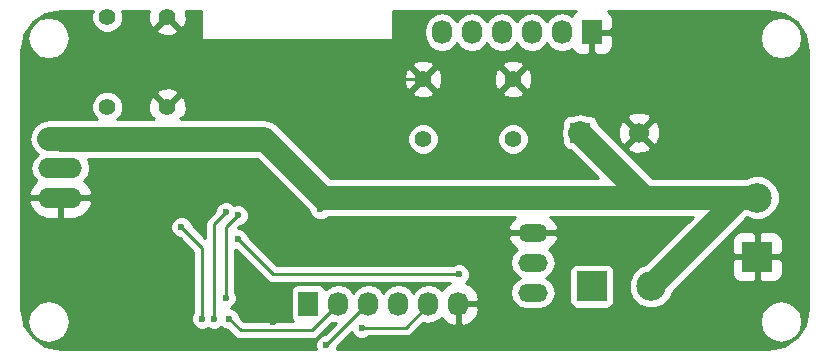
<source format=gbl>
G04 #@! TF.FileFunction,Copper,L2,Bot,Signal*
%FSLAX46Y46*%
G04 Gerber Fmt 4.6, Leading zero omitted, Abs format (unit mm)*
G04 Created by KiCad (PCBNEW 4.0.2-stable) date Tuesday, November 01, 2016 'pmt' 12:33:55 pm*
%MOMM*%
G01*
G04 APERTURE LIST*
%ADD10C,0.100000*%
%ADD11C,1.700000*%
%ADD12R,1.700000X1.700000*%
%ADD13R,2.500000X2.500000*%
%ADD14C,2.500000*%
%ADD15O,3.700000X1.700000*%
%ADD16R,1.727200X2.032000*%
%ADD17O,1.727200X2.032000*%
%ADD18O,2.499360X1.501140*%
%ADD19C,1.397000*%
%ADD20C,0.600000*%
%ADD21C,0.250000*%
%ADD22C,2.000000*%
%ADD23C,0.254000*%
G04 APERTURE END LIST*
D10*
D11*
X121000000Y-47000000D03*
D12*
X116000000Y-47000000D03*
D13*
X131000000Y-57500000D03*
D14*
X131000000Y-52500000D03*
D15*
X72000000Y-52500000D03*
X72000000Y-50000000D03*
X72000000Y-47500000D03*
D16*
X117000000Y-38500000D03*
D17*
X114460000Y-38500000D03*
X111920000Y-38500000D03*
X109380000Y-38500000D03*
X106840000Y-38500000D03*
X104300000Y-38500000D03*
D16*
X93000000Y-61500000D03*
D17*
X95540000Y-61500000D03*
X98080000Y-61500000D03*
X100620000Y-61500000D03*
X103160000Y-61500000D03*
X105700000Y-61500000D03*
D13*
X117000000Y-60000000D03*
D14*
X122000000Y-60000000D03*
D18*
X112000000Y-58000000D03*
X112000000Y-60540000D03*
X112000000Y-55460000D03*
D19*
X81040000Y-44810000D03*
X75960000Y-44810000D03*
X81040000Y-37190000D03*
X75960000Y-37190000D03*
X110310000Y-42460000D03*
X110310000Y-47540000D03*
X102690000Y-42460000D03*
X102690000Y-47540000D03*
D20*
X95750000Y-55000000D03*
X89750000Y-56500000D03*
X88000000Y-58750000D03*
X81000000Y-57500000D03*
X81000000Y-54500000D03*
X90000000Y-61250000D03*
X90000000Y-63000000D03*
X80500000Y-62500000D03*
X80500000Y-60250000D03*
X103250000Y-64250000D03*
X96750000Y-49250000D03*
X89750000Y-41250000D03*
X94000000Y-42500000D03*
X90750000Y-44000000D03*
X92500000Y-46750000D03*
X89750000Y-52000000D03*
X94000000Y-53500000D03*
X105750000Y-59000000D03*
X87000000Y-56000000D03*
X86250000Y-62750000D03*
X94500000Y-65000000D03*
X97500000Y-63500000D03*
X86000000Y-61000000D03*
X87000000Y-54000000D03*
X84000000Y-62750000D03*
X82250000Y-55000000D03*
X85000000Y-62750000D03*
X86000000Y-53750000D03*
D21*
X90000000Y-61250000D02*
X90000000Y-60750000D01*
X91250000Y-55000000D02*
X95750000Y-55000000D01*
X89750000Y-56500000D02*
X91250000Y-55000000D01*
X90000000Y-60750000D02*
X88000000Y-58750000D01*
X81000000Y-54500000D02*
X81000000Y-57500000D01*
X90000000Y-63000000D02*
X90000000Y-61250000D01*
X80500000Y-60250000D02*
X80500000Y-62500000D01*
X105700000Y-61500000D02*
X105700000Y-64200000D01*
X105650000Y-64250000D02*
X103250000Y-64250000D01*
X105700000Y-64200000D02*
X105650000Y-64250000D01*
X96750000Y-49250000D02*
X96750000Y-42500000D01*
X96750000Y-42500000D02*
X96790000Y-42460000D01*
X96790000Y-42460000D02*
X102690000Y-42460000D01*
X89750000Y-41250000D02*
X91000000Y-42500000D01*
X91000000Y-42500000D02*
X94000000Y-42500000D01*
X90750000Y-44000000D02*
X92500000Y-45750000D01*
X92500000Y-45750000D02*
X92500000Y-46750000D01*
X89750000Y-52000000D02*
X88500000Y-50750000D01*
X88500000Y-50750000D02*
X77500000Y-50750000D01*
X77500000Y-50750000D02*
X75750000Y-52500000D01*
X75750000Y-52500000D02*
X71000000Y-52500000D01*
X71000000Y-53000000D02*
X71000000Y-52500000D01*
X71000000Y-53000000D02*
X71000000Y-52500000D01*
X71000000Y-53000000D02*
X71000000Y-52500000D01*
X71000000Y-53000000D02*
X71000000Y-52500000D01*
X72000000Y-48500000D02*
X71000000Y-47500000D01*
X89000000Y-48500000D02*
X72000000Y-48500000D01*
X94000000Y-53500000D02*
X89000000Y-48500000D01*
D22*
X131000000Y-52500000D02*
X129500000Y-52500000D01*
X129500000Y-52500000D02*
X122000000Y-60000000D01*
X131000000Y-52500000D02*
X121500000Y-52500000D01*
X121500000Y-52500000D02*
X116000000Y-47000000D01*
X131000000Y-52500000D02*
X94250000Y-52500000D01*
X89250000Y-47500000D02*
X71000000Y-47500000D01*
X94250000Y-52500000D02*
X89250000Y-47500000D01*
D21*
X90000000Y-59000000D02*
X105750000Y-59000000D01*
X87000000Y-56000000D02*
X90000000Y-59000000D01*
X93290000Y-63750000D02*
X95540000Y-61500000D01*
X87250000Y-63750000D02*
X93290000Y-63750000D01*
X86250000Y-62750000D02*
X87250000Y-63750000D01*
X95540000Y-61960000D02*
X95540000Y-61500000D01*
X95500000Y-61500000D02*
X95540000Y-61500000D01*
X94500000Y-65000000D02*
X98000000Y-61500000D01*
X98000000Y-61500000D02*
X98080000Y-61500000D01*
X98000000Y-61500000D02*
X98080000Y-61500000D01*
X98000000Y-61500000D02*
X98080000Y-61500000D01*
X98080000Y-61920000D02*
X98080000Y-61500000D01*
X98080000Y-61920000D02*
X98080000Y-61500000D01*
X100500000Y-61500000D02*
X100620000Y-61500000D01*
X101250000Y-63500000D02*
X103160000Y-61590000D01*
X97500000Y-63500000D02*
X101250000Y-63500000D01*
X103160000Y-61590000D02*
X103160000Y-61500000D01*
X86000000Y-55000000D02*
X86000000Y-61000000D01*
X87000000Y-54000000D02*
X86000000Y-55000000D01*
X84000000Y-56750000D02*
X84000000Y-62750000D01*
X82250000Y-55000000D02*
X84000000Y-56750000D01*
X85000000Y-54750000D02*
X85000000Y-62750000D01*
X86000000Y-53750000D02*
X85000000Y-54750000D01*
D23*
G36*
X74626732Y-36923587D02*
X74626269Y-37454086D01*
X74828854Y-37944380D01*
X75203647Y-38319827D01*
X75693587Y-38523268D01*
X76224086Y-38523731D01*
X76714380Y-38321146D01*
X76751748Y-38283843D01*
X80125763Y-38283843D01*
X80171447Y-38601527D01*
X80777728Y-38826461D01*
X81423939Y-38802260D01*
X81908553Y-38601527D01*
X81954237Y-38283843D01*
X81040000Y-37369605D01*
X80125763Y-38283843D01*
X76751748Y-38283843D01*
X77089827Y-37946353D01*
X77293268Y-37456413D01*
X77293731Y-36925914D01*
X77194188Y-36685000D01*
X79493593Y-36685000D01*
X79403539Y-36927728D01*
X79427740Y-37573939D01*
X79628473Y-38058553D01*
X79946157Y-38104237D01*
X80860395Y-37190000D01*
X80846252Y-37175858D01*
X81025858Y-36996253D01*
X81040000Y-37010395D01*
X81054143Y-36996253D01*
X81233748Y-37175858D01*
X81219605Y-37190000D01*
X82133843Y-38104237D01*
X82451527Y-38058553D01*
X82676461Y-37452272D01*
X82652260Y-36806061D01*
X82602115Y-36685000D01*
X83873000Y-36685000D01*
X83873000Y-39000000D01*
X83881685Y-39046159D01*
X83908965Y-39088553D01*
X83950590Y-39116994D01*
X84000000Y-39127000D01*
X100000000Y-39127000D01*
X100046159Y-39118315D01*
X100088553Y-39091035D01*
X100116994Y-39049410D01*
X100127000Y-39000000D01*
X100127000Y-36685000D01*
X115642988Y-36685000D01*
X115611297Y-36698127D01*
X115350527Y-36958896D01*
X115290940Y-37102752D01*
X115033489Y-36930729D01*
X114460000Y-36816655D01*
X113886511Y-36930729D01*
X113400330Y-37255585D01*
X113190000Y-37570366D01*
X112979670Y-37255585D01*
X112493489Y-36930729D01*
X111920000Y-36816655D01*
X111346511Y-36930729D01*
X110860330Y-37255585D01*
X110650000Y-37570366D01*
X110439670Y-37255585D01*
X109953489Y-36930729D01*
X109380000Y-36816655D01*
X108806511Y-36930729D01*
X108320330Y-37255585D01*
X108110000Y-37570366D01*
X107899670Y-37255585D01*
X107413489Y-36930729D01*
X106840000Y-36816655D01*
X106266511Y-36930729D01*
X105780330Y-37255585D01*
X105570000Y-37570366D01*
X105359670Y-37255585D01*
X104873489Y-36930729D01*
X104300000Y-36816655D01*
X103726511Y-36930729D01*
X103240330Y-37255585D01*
X102915474Y-37741766D01*
X102801400Y-38315255D01*
X102801400Y-38684745D01*
X102915474Y-39258234D01*
X103240330Y-39744415D01*
X103726511Y-40069271D01*
X104300000Y-40183345D01*
X104873489Y-40069271D01*
X105359670Y-39744415D01*
X105570000Y-39429634D01*
X105780330Y-39744415D01*
X106266511Y-40069271D01*
X106840000Y-40183345D01*
X107413489Y-40069271D01*
X107899670Y-39744415D01*
X108110000Y-39429634D01*
X108320330Y-39744415D01*
X108806511Y-40069271D01*
X109380000Y-40183345D01*
X109953489Y-40069271D01*
X110439670Y-39744415D01*
X110650000Y-39429634D01*
X110860330Y-39744415D01*
X111346511Y-40069271D01*
X111920000Y-40183345D01*
X112493489Y-40069271D01*
X112979670Y-39744415D01*
X113190000Y-39429634D01*
X113400330Y-39744415D01*
X113886511Y-40069271D01*
X114460000Y-40183345D01*
X115033489Y-40069271D01*
X115290940Y-39897248D01*
X115350527Y-40041104D01*
X115611297Y-40301873D01*
X115952008Y-40443000D01*
X116641250Y-40443000D01*
X116873000Y-40211250D01*
X116873000Y-38627000D01*
X117127000Y-38627000D01*
X117127000Y-40211250D01*
X117358750Y-40443000D01*
X118047992Y-40443000D01*
X118388703Y-40301873D01*
X118649473Y-40041104D01*
X118790600Y-39700392D01*
X118790600Y-39000000D01*
X131196966Y-39000000D01*
X131334214Y-39689991D01*
X131725062Y-40274938D01*
X132310009Y-40665786D01*
X133000000Y-40803034D01*
X133689991Y-40665786D01*
X134274938Y-40274938D01*
X134665786Y-39689991D01*
X134803034Y-39000000D01*
X134665786Y-38310009D01*
X134274938Y-37725062D01*
X133689991Y-37334214D01*
X133000000Y-37196966D01*
X132310009Y-37334214D01*
X131725062Y-37725062D01*
X131334214Y-38310009D01*
X131196966Y-39000000D01*
X118790600Y-39000000D01*
X118790600Y-38858750D01*
X118558850Y-38627000D01*
X117127000Y-38627000D01*
X116873000Y-38627000D01*
X116853000Y-38627000D01*
X116853000Y-38373000D01*
X116873000Y-38373000D01*
X116873000Y-38353000D01*
X117127000Y-38353000D01*
X117127000Y-38373000D01*
X118558850Y-38373000D01*
X118790600Y-38141250D01*
X118790600Y-37299608D01*
X118649473Y-36958896D01*
X118388703Y-36698127D01*
X118357012Y-36685000D01*
X131932533Y-36685000D01*
X133263459Y-36949738D01*
X134334568Y-37665429D01*
X135050262Y-38736540D01*
X135315000Y-40067467D01*
X135315000Y-61932533D01*
X135050262Y-63263460D01*
X134334568Y-64334571D01*
X133263459Y-65050262D01*
X131932533Y-65315000D01*
X95381604Y-65315000D01*
X95434838Y-65186799D01*
X95434879Y-65139923D01*
X96659803Y-63914999D01*
X96706883Y-64028943D01*
X96969673Y-64292192D01*
X97313201Y-64434838D01*
X97685167Y-64435162D01*
X98028943Y-64293117D01*
X98062118Y-64260000D01*
X101250000Y-64260000D01*
X101540839Y-64202148D01*
X101787401Y-64037401D01*
X102727489Y-63097313D01*
X103160000Y-63183345D01*
X103733489Y-63069271D01*
X104219670Y-62744415D01*
X104261951Y-62681137D01*
X104626435Y-63086824D01*
X105257086Y-63388471D01*
X105295157Y-63396634D01*
X105573000Y-63206068D01*
X105573000Y-61627000D01*
X105827000Y-61627000D01*
X105827000Y-63206068D01*
X106104843Y-63396634D01*
X106142914Y-63388471D01*
X106773565Y-63086824D01*
X106851570Y-63000000D01*
X131196966Y-63000000D01*
X131334214Y-63689991D01*
X131725062Y-64274938D01*
X132310009Y-64665786D01*
X133000000Y-64803034D01*
X133689991Y-64665786D01*
X134274938Y-64274938D01*
X134665786Y-63689991D01*
X134803034Y-63000000D01*
X134665786Y-62310009D01*
X134274938Y-61725062D01*
X133689991Y-61334214D01*
X133000000Y-61196966D01*
X132310009Y-61334214D01*
X131725062Y-61725062D01*
X131334214Y-62310009D01*
X131196966Y-63000000D01*
X106851570Y-63000000D01*
X107240775Y-62566799D01*
X107473416Y-61907565D01*
X107259749Y-61627000D01*
X105827000Y-61627000D01*
X105573000Y-61627000D01*
X105553000Y-61627000D01*
X105553000Y-61373000D01*
X105573000Y-61373000D01*
X105573000Y-61353000D01*
X105827000Y-61353000D01*
X105827000Y-61373000D01*
X107259749Y-61373000D01*
X107473416Y-61092435D01*
X107240775Y-60433201D01*
X106773565Y-59913176D01*
X106357858Y-59714339D01*
X106542192Y-59530327D01*
X106684838Y-59186799D01*
X106685162Y-58814833D01*
X106543117Y-58471057D01*
X106280327Y-58207808D01*
X105936799Y-58065162D01*
X105564833Y-58064838D01*
X105221057Y-58206883D01*
X105187882Y-58240000D01*
X90314802Y-58240000D01*
X87935122Y-55860320D01*
X87935133Y-55847113D01*
X109868596Y-55847113D01*
X109902416Y-55984646D01*
X110224866Y-56556419D01*
X110663753Y-56900294D01*
X110484221Y-57020254D01*
X110183867Y-57469765D01*
X110078397Y-58000000D01*
X110183867Y-58530235D01*
X110484221Y-58979746D01*
X110918616Y-59270000D01*
X110484221Y-59560254D01*
X110183867Y-60009765D01*
X110078397Y-60540000D01*
X110183867Y-61070235D01*
X110484221Y-61519746D01*
X110933732Y-61820100D01*
X111463967Y-61925570D01*
X112536033Y-61925570D01*
X113066268Y-61820100D01*
X113515779Y-61519746D01*
X113816133Y-61070235D01*
X113921603Y-60540000D01*
X113816133Y-60009765D01*
X113515779Y-59560254D01*
X113081384Y-59270000D01*
X113515779Y-58979746D01*
X113669290Y-58750000D01*
X115102560Y-58750000D01*
X115102560Y-61250000D01*
X115146838Y-61485317D01*
X115285910Y-61701441D01*
X115498110Y-61846431D01*
X115750000Y-61897440D01*
X118250000Y-61897440D01*
X118485317Y-61853162D01*
X118701441Y-61714090D01*
X118846431Y-61501890D01*
X118897440Y-61250000D01*
X118897440Y-58750000D01*
X118853162Y-58514683D01*
X118714090Y-58298559D01*
X118501890Y-58153569D01*
X118250000Y-58102560D01*
X115750000Y-58102560D01*
X115514683Y-58146838D01*
X115298559Y-58285910D01*
X115153569Y-58498110D01*
X115102560Y-58750000D01*
X113669290Y-58750000D01*
X113816133Y-58530235D01*
X113921603Y-58000000D01*
X113816133Y-57469765D01*
X113515779Y-57020254D01*
X113336247Y-56900294D01*
X113775134Y-56556419D01*
X114097584Y-55984646D01*
X114131404Y-55847113D01*
X113939341Y-55587000D01*
X112127000Y-55587000D01*
X112127000Y-55607000D01*
X111873000Y-55607000D01*
X111873000Y-55587000D01*
X110060659Y-55587000D01*
X109868596Y-55847113D01*
X87935133Y-55847113D01*
X87935162Y-55814833D01*
X87793117Y-55471057D01*
X87530327Y-55207808D01*
X87186799Y-55065162D01*
X87009794Y-55065008D01*
X87139680Y-54935122D01*
X87185167Y-54935162D01*
X87528943Y-54793117D01*
X87792192Y-54530327D01*
X87934838Y-54186799D01*
X87935162Y-53814833D01*
X87793117Y-53471057D01*
X87530327Y-53207808D01*
X87186799Y-53065162D01*
X86814833Y-53064838D01*
X86689051Y-53116810D01*
X86530327Y-52957808D01*
X86186799Y-52815162D01*
X85814833Y-52814838D01*
X85471057Y-52956883D01*
X85207808Y-53219673D01*
X85065162Y-53563201D01*
X85065121Y-53610077D01*
X84462599Y-54212599D01*
X84297852Y-54459161D01*
X84240000Y-54750000D01*
X84240000Y-55915198D01*
X83185122Y-54860320D01*
X83185162Y-54814833D01*
X83043117Y-54471057D01*
X82780327Y-54207808D01*
X82436799Y-54065162D01*
X82064833Y-54064838D01*
X81721057Y-54206883D01*
X81457808Y-54469673D01*
X81315162Y-54813201D01*
X81314838Y-55185167D01*
X81456883Y-55528943D01*
X81719673Y-55792192D01*
X82063201Y-55934838D01*
X82110077Y-55934879D01*
X83240000Y-57064802D01*
X83240000Y-62187537D01*
X83207808Y-62219673D01*
X83065162Y-62563201D01*
X83064838Y-62935167D01*
X83206883Y-63278943D01*
X83469673Y-63542192D01*
X83813201Y-63684838D01*
X84185167Y-63685162D01*
X84500351Y-63554931D01*
X84813201Y-63684838D01*
X85185167Y-63685162D01*
X85528943Y-63543117D01*
X85624937Y-63447290D01*
X85719673Y-63542192D01*
X86063201Y-63684838D01*
X86110077Y-63684879D01*
X86712599Y-64287401D01*
X86959161Y-64452148D01*
X87250000Y-64510000D01*
X93290000Y-64510000D01*
X93580839Y-64452148D01*
X93827401Y-64287401D01*
X95032421Y-63082381D01*
X95291319Y-63133879D01*
X94360320Y-64064878D01*
X94314833Y-64064838D01*
X93971057Y-64206883D01*
X93707808Y-64469673D01*
X93565162Y-64813201D01*
X93564838Y-65185167D01*
X93618484Y-65315000D01*
X72067467Y-65315000D01*
X70736540Y-65050262D01*
X69665429Y-64334568D01*
X68949738Y-63263459D01*
X68897333Y-63000000D01*
X69196966Y-63000000D01*
X69334214Y-63689991D01*
X69725062Y-64274938D01*
X70310009Y-64665786D01*
X71000000Y-64803034D01*
X71689991Y-64665786D01*
X72274938Y-64274938D01*
X72665786Y-63689991D01*
X72803034Y-63000000D01*
X72665786Y-62310009D01*
X72274938Y-61725062D01*
X71689991Y-61334214D01*
X71000000Y-61196966D01*
X70310009Y-61334214D01*
X69725062Y-61725062D01*
X69334214Y-62310009D01*
X69196966Y-63000000D01*
X68897333Y-63000000D01*
X68685000Y-61932533D01*
X68685000Y-52902710D01*
X69269233Y-52902710D01*
X69309666Y-53062696D01*
X69653669Y-53666726D01*
X70202639Y-54093133D01*
X70873000Y-54277000D01*
X71873000Y-54277000D01*
X71873000Y-52627000D01*
X72127000Y-52627000D01*
X72127000Y-54277000D01*
X73127000Y-54277000D01*
X73797361Y-54093133D01*
X74346331Y-53666726D01*
X74690334Y-53062696D01*
X74730767Y-52902710D01*
X74540022Y-52627000D01*
X72127000Y-52627000D01*
X71873000Y-52627000D01*
X69459978Y-52627000D01*
X69269233Y-52902710D01*
X68685000Y-52902710D01*
X68685000Y-52097290D01*
X69269233Y-52097290D01*
X69459978Y-52373000D01*
X71873000Y-52373000D01*
X71873000Y-52353000D01*
X72127000Y-52353000D01*
X72127000Y-52373000D01*
X74540022Y-52373000D01*
X74730767Y-52097290D01*
X74690334Y-51937304D01*
X74346331Y-51333274D01*
X74035825Y-51092091D01*
X74098738Y-51050054D01*
X74420645Y-50568285D01*
X74533684Y-50000000D01*
X74420645Y-49431715D01*
X74305909Y-49260000D01*
X88685198Y-49260000D01*
X93064878Y-53639680D01*
X93064838Y-53685167D01*
X93206883Y-54028943D01*
X93469673Y-54292192D01*
X93813201Y-54434838D01*
X94185167Y-54435162D01*
X94528943Y-54293117D01*
X94687336Y-54135000D01*
X110516603Y-54135000D01*
X110224866Y-54363581D01*
X109902416Y-54935354D01*
X109868596Y-55072887D01*
X110060659Y-55333000D01*
X111873000Y-55333000D01*
X111873000Y-55313000D01*
X112127000Y-55313000D01*
X112127000Y-55333000D01*
X113939341Y-55333000D01*
X114131404Y-55072887D01*
X114097584Y-54935354D01*
X113775134Y-54363581D01*
X113483397Y-54135000D01*
X121499995Y-54135000D01*
X121500000Y-54135001D01*
X121500005Y-54135000D01*
X125552761Y-54135000D01*
X121535338Y-58152422D01*
X120933628Y-58401043D01*
X120402907Y-58930839D01*
X120115328Y-59623405D01*
X120114674Y-60373305D01*
X120401043Y-61066372D01*
X120930839Y-61597093D01*
X121623405Y-61884672D01*
X122373305Y-61885326D01*
X123066372Y-61598957D01*
X123597093Y-61069161D01*
X123848476Y-60463763D01*
X126453489Y-57858750D01*
X128823000Y-57858750D01*
X128823000Y-58934392D01*
X128964127Y-59275104D01*
X129224897Y-59535873D01*
X129565608Y-59677000D01*
X130641250Y-59677000D01*
X130873000Y-59445250D01*
X130873000Y-57627000D01*
X131127000Y-57627000D01*
X131127000Y-59445250D01*
X131358750Y-59677000D01*
X132434392Y-59677000D01*
X132775103Y-59535873D01*
X133035873Y-59275104D01*
X133177000Y-58934392D01*
X133177000Y-57858750D01*
X132945250Y-57627000D01*
X131127000Y-57627000D01*
X130873000Y-57627000D01*
X129054750Y-57627000D01*
X128823000Y-57858750D01*
X126453489Y-57858750D01*
X128246631Y-56065608D01*
X128823000Y-56065608D01*
X128823000Y-57141250D01*
X129054750Y-57373000D01*
X130873000Y-57373000D01*
X130873000Y-55554750D01*
X131127000Y-55554750D01*
X131127000Y-57373000D01*
X132945250Y-57373000D01*
X133177000Y-57141250D01*
X133177000Y-56065608D01*
X133035873Y-55724896D01*
X132775103Y-55464127D01*
X132434392Y-55323000D01*
X131358750Y-55323000D01*
X131127000Y-55554750D01*
X130873000Y-55554750D01*
X130641250Y-55323000D01*
X129565608Y-55323000D01*
X129224897Y-55464127D01*
X128964127Y-55724896D01*
X128823000Y-56065608D01*
X128246631Y-56065608D01*
X130131729Y-54180510D01*
X130623405Y-54384672D01*
X131373305Y-54385326D01*
X132066372Y-54098957D01*
X132597093Y-53569161D01*
X132884672Y-52876595D01*
X132885326Y-52126695D01*
X132598957Y-51433628D01*
X132069161Y-50902907D01*
X131376595Y-50615328D01*
X130626695Y-50614674D01*
X130020859Y-50865000D01*
X129500005Y-50865000D01*
X129500000Y-50864999D01*
X129499995Y-50865000D01*
X122177239Y-50865000D01*
X119515701Y-48203461D01*
X119976144Y-48203461D01*
X120040408Y-48536830D01*
X120701572Y-48787066D01*
X121408169Y-48765237D01*
X121959592Y-48536830D01*
X122023856Y-48203461D01*
X121000000Y-47179605D01*
X119976144Y-48203461D01*
X119515701Y-48203461D01*
X118013812Y-46701572D01*
X119212934Y-46701572D01*
X119234763Y-47408169D01*
X119463170Y-47959592D01*
X119796539Y-48023856D01*
X120820395Y-47000000D01*
X121179605Y-47000000D01*
X122203461Y-48023856D01*
X122536830Y-47959592D01*
X122787066Y-47298428D01*
X122765237Y-46591831D01*
X122536830Y-46040408D01*
X122203461Y-45976144D01*
X121179605Y-47000000D01*
X120820395Y-47000000D01*
X119796539Y-45976144D01*
X119463170Y-46040408D01*
X119212934Y-46701572D01*
X118013812Y-46701572D01*
X117497440Y-46185200D01*
X117497440Y-46150000D01*
X117453162Y-45914683D01*
X117377139Y-45796539D01*
X119976144Y-45796539D01*
X121000000Y-46820395D01*
X122023856Y-45796539D01*
X121959592Y-45463170D01*
X121298428Y-45212934D01*
X120591831Y-45234763D01*
X120040408Y-45463170D01*
X119976144Y-45796539D01*
X117377139Y-45796539D01*
X117314090Y-45698559D01*
X117101890Y-45553569D01*
X116850000Y-45502560D01*
X116645298Y-45502560D01*
X116625688Y-45489457D01*
X116000000Y-45364999D01*
X115374312Y-45489457D01*
X115354702Y-45502560D01*
X115150000Y-45502560D01*
X114914683Y-45546838D01*
X114698559Y-45685910D01*
X114553569Y-45898110D01*
X114502560Y-46150000D01*
X114502560Y-46354702D01*
X114489457Y-46374312D01*
X114364999Y-47000000D01*
X114489457Y-47625688D01*
X114502560Y-47645298D01*
X114502560Y-47850000D01*
X114546838Y-48085317D01*
X114685910Y-48301441D01*
X114898110Y-48446431D01*
X115150000Y-48497440D01*
X115185200Y-48497440D01*
X117552760Y-50865000D01*
X94927239Y-50865000D01*
X91866326Y-47804086D01*
X101356269Y-47804086D01*
X101558854Y-48294380D01*
X101933647Y-48669827D01*
X102423587Y-48873268D01*
X102954086Y-48873731D01*
X103444380Y-48671146D01*
X103819827Y-48296353D01*
X104023268Y-47806413D01*
X104023270Y-47804086D01*
X108976269Y-47804086D01*
X109178854Y-48294380D01*
X109553647Y-48669827D01*
X110043587Y-48873268D01*
X110574086Y-48873731D01*
X111064380Y-48671146D01*
X111439827Y-48296353D01*
X111643268Y-47806413D01*
X111643731Y-47275914D01*
X111441146Y-46785620D01*
X111066353Y-46410173D01*
X110576413Y-46206732D01*
X110045914Y-46206269D01*
X109555620Y-46408854D01*
X109180173Y-46783647D01*
X108976732Y-47273587D01*
X108976269Y-47804086D01*
X104023270Y-47804086D01*
X104023731Y-47275914D01*
X103821146Y-46785620D01*
X103446353Y-46410173D01*
X102956413Y-46206732D01*
X102425914Y-46206269D01*
X101935620Y-46408854D01*
X101560173Y-46783647D01*
X101356732Y-47273587D01*
X101356269Y-47804086D01*
X91866326Y-47804086D01*
X90406120Y-46343880D01*
X89875688Y-45989457D01*
X89250000Y-45864999D01*
X89249995Y-45865000D01*
X82274608Y-45865000D01*
X82133845Y-45724237D01*
X82451527Y-45678553D01*
X82676461Y-45072272D01*
X82652260Y-44426061D01*
X82451527Y-43941447D01*
X82133843Y-43895763D01*
X81219605Y-44810000D01*
X81233748Y-44824142D01*
X81054142Y-45003748D01*
X81040000Y-44989605D01*
X81025858Y-45003748D01*
X80846252Y-44824142D01*
X80860395Y-44810000D01*
X79946157Y-43895763D01*
X79628473Y-43941447D01*
X79403539Y-44547728D01*
X79427740Y-45193939D01*
X79628473Y-45678553D01*
X79946155Y-45724237D01*
X79805392Y-45865000D01*
X76790659Y-45865000D01*
X77089827Y-45566353D01*
X77293268Y-45076413D01*
X77293731Y-44545914D01*
X77091146Y-44055620D01*
X76752275Y-43716157D01*
X80125763Y-43716157D01*
X81040000Y-44630395D01*
X81954237Y-43716157D01*
X81930896Y-43553843D01*
X101775763Y-43553843D01*
X101821447Y-43871527D01*
X102427728Y-44096461D01*
X103073939Y-44072260D01*
X103558553Y-43871527D01*
X103604237Y-43553843D01*
X109395763Y-43553843D01*
X109441447Y-43871527D01*
X110047728Y-44096461D01*
X110693939Y-44072260D01*
X111178553Y-43871527D01*
X111224237Y-43553843D01*
X110310000Y-42639605D01*
X109395763Y-43553843D01*
X103604237Y-43553843D01*
X102690000Y-42639605D01*
X101775763Y-43553843D01*
X81930896Y-43553843D01*
X81908553Y-43398473D01*
X81302272Y-43173539D01*
X80656061Y-43197740D01*
X80171447Y-43398473D01*
X80125763Y-43716157D01*
X76752275Y-43716157D01*
X76716353Y-43680173D01*
X76226413Y-43476732D01*
X75695914Y-43476269D01*
X75205620Y-43678854D01*
X74830173Y-44053647D01*
X74626732Y-44543587D01*
X74626269Y-45074086D01*
X74828854Y-45564380D01*
X75128950Y-45865000D01*
X71000000Y-45865000D01*
X70374313Y-45989457D01*
X69843880Y-46343880D01*
X69489457Y-46874313D01*
X69365000Y-47500000D01*
X69489457Y-48125687D01*
X69843880Y-48656120D01*
X70092442Y-48822204D01*
X69901262Y-48949946D01*
X69579355Y-49431715D01*
X69466316Y-50000000D01*
X69579355Y-50568285D01*
X69901262Y-51050054D01*
X69964175Y-51092091D01*
X69653669Y-51333274D01*
X69309666Y-51937304D01*
X69269233Y-52097290D01*
X68685000Y-52097290D01*
X68685000Y-42197728D01*
X101053539Y-42197728D01*
X101077740Y-42843939D01*
X101278473Y-43328553D01*
X101596157Y-43374237D01*
X102510395Y-42460000D01*
X102869605Y-42460000D01*
X103783843Y-43374237D01*
X104101527Y-43328553D01*
X104326461Y-42722272D01*
X104306817Y-42197728D01*
X108673539Y-42197728D01*
X108697740Y-42843939D01*
X108898473Y-43328553D01*
X109216157Y-43374237D01*
X110130395Y-42460000D01*
X110489605Y-42460000D01*
X111403843Y-43374237D01*
X111721527Y-43328553D01*
X111946461Y-42722272D01*
X111922260Y-42076061D01*
X111721527Y-41591447D01*
X111403843Y-41545763D01*
X110489605Y-42460000D01*
X110130395Y-42460000D01*
X109216157Y-41545763D01*
X108898473Y-41591447D01*
X108673539Y-42197728D01*
X104306817Y-42197728D01*
X104302260Y-42076061D01*
X104101527Y-41591447D01*
X103783843Y-41545763D01*
X102869605Y-42460000D01*
X102510395Y-42460000D01*
X101596157Y-41545763D01*
X101278473Y-41591447D01*
X101053539Y-42197728D01*
X68685000Y-42197728D01*
X68685000Y-41366157D01*
X101775763Y-41366157D01*
X102690000Y-42280395D01*
X103604237Y-41366157D01*
X109395763Y-41366157D01*
X110310000Y-42280395D01*
X111224237Y-41366157D01*
X111178553Y-41048473D01*
X110572272Y-40823539D01*
X109926061Y-40847740D01*
X109441447Y-41048473D01*
X109395763Y-41366157D01*
X103604237Y-41366157D01*
X103558553Y-41048473D01*
X102952272Y-40823539D01*
X102306061Y-40847740D01*
X101821447Y-41048473D01*
X101775763Y-41366157D01*
X68685000Y-41366157D01*
X68685000Y-40067467D01*
X68897332Y-39000000D01*
X69196966Y-39000000D01*
X69334214Y-39689991D01*
X69725062Y-40274938D01*
X70310009Y-40665786D01*
X71000000Y-40803034D01*
X71689991Y-40665786D01*
X72274938Y-40274938D01*
X72665786Y-39689991D01*
X72803034Y-39000000D01*
X72665786Y-38310009D01*
X72274938Y-37725062D01*
X71689991Y-37334214D01*
X71000000Y-37196966D01*
X70310009Y-37334214D01*
X69725062Y-37725062D01*
X69334214Y-38310009D01*
X69196966Y-39000000D01*
X68897332Y-39000000D01*
X68949738Y-38736541D01*
X69665429Y-37665432D01*
X70736540Y-36949738D01*
X72067467Y-36685000D01*
X74725802Y-36685000D01*
X74626732Y-36923587D01*
X74626732Y-36923587D01*
G37*
X74626732Y-36923587D02*
X74626269Y-37454086D01*
X74828854Y-37944380D01*
X75203647Y-38319827D01*
X75693587Y-38523268D01*
X76224086Y-38523731D01*
X76714380Y-38321146D01*
X76751748Y-38283843D01*
X80125763Y-38283843D01*
X80171447Y-38601527D01*
X80777728Y-38826461D01*
X81423939Y-38802260D01*
X81908553Y-38601527D01*
X81954237Y-38283843D01*
X81040000Y-37369605D01*
X80125763Y-38283843D01*
X76751748Y-38283843D01*
X77089827Y-37946353D01*
X77293268Y-37456413D01*
X77293731Y-36925914D01*
X77194188Y-36685000D01*
X79493593Y-36685000D01*
X79403539Y-36927728D01*
X79427740Y-37573939D01*
X79628473Y-38058553D01*
X79946157Y-38104237D01*
X80860395Y-37190000D01*
X80846252Y-37175858D01*
X81025858Y-36996253D01*
X81040000Y-37010395D01*
X81054143Y-36996253D01*
X81233748Y-37175858D01*
X81219605Y-37190000D01*
X82133843Y-38104237D01*
X82451527Y-38058553D01*
X82676461Y-37452272D01*
X82652260Y-36806061D01*
X82602115Y-36685000D01*
X83873000Y-36685000D01*
X83873000Y-39000000D01*
X83881685Y-39046159D01*
X83908965Y-39088553D01*
X83950590Y-39116994D01*
X84000000Y-39127000D01*
X100000000Y-39127000D01*
X100046159Y-39118315D01*
X100088553Y-39091035D01*
X100116994Y-39049410D01*
X100127000Y-39000000D01*
X100127000Y-36685000D01*
X115642988Y-36685000D01*
X115611297Y-36698127D01*
X115350527Y-36958896D01*
X115290940Y-37102752D01*
X115033489Y-36930729D01*
X114460000Y-36816655D01*
X113886511Y-36930729D01*
X113400330Y-37255585D01*
X113190000Y-37570366D01*
X112979670Y-37255585D01*
X112493489Y-36930729D01*
X111920000Y-36816655D01*
X111346511Y-36930729D01*
X110860330Y-37255585D01*
X110650000Y-37570366D01*
X110439670Y-37255585D01*
X109953489Y-36930729D01*
X109380000Y-36816655D01*
X108806511Y-36930729D01*
X108320330Y-37255585D01*
X108110000Y-37570366D01*
X107899670Y-37255585D01*
X107413489Y-36930729D01*
X106840000Y-36816655D01*
X106266511Y-36930729D01*
X105780330Y-37255585D01*
X105570000Y-37570366D01*
X105359670Y-37255585D01*
X104873489Y-36930729D01*
X104300000Y-36816655D01*
X103726511Y-36930729D01*
X103240330Y-37255585D01*
X102915474Y-37741766D01*
X102801400Y-38315255D01*
X102801400Y-38684745D01*
X102915474Y-39258234D01*
X103240330Y-39744415D01*
X103726511Y-40069271D01*
X104300000Y-40183345D01*
X104873489Y-40069271D01*
X105359670Y-39744415D01*
X105570000Y-39429634D01*
X105780330Y-39744415D01*
X106266511Y-40069271D01*
X106840000Y-40183345D01*
X107413489Y-40069271D01*
X107899670Y-39744415D01*
X108110000Y-39429634D01*
X108320330Y-39744415D01*
X108806511Y-40069271D01*
X109380000Y-40183345D01*
X109953489Y-40069271D01*
X110439670Y-39744415D01*
X110650000Y-39429634D01*
X110860330Y-39744415D01*
X111346511Y-40069271D01*
X111920000Y-40183345D01*
X112493489Y-40069271D01*
X112979670Y-39744415D01*
X113190000Y-39429634D01*
X113400330Y-39744415D01*
X113886511Y-40069271D01*
X114460000Y-40183345D01*
X115033489Y-40069271D01*
X115290940Y-39897248D01*
X115350527Y-40041104D01*
X115611297Y-40301873D01*
X115952008Y-40443000D01*
X116641250Y-40443000D01*
X116873000Y-40211250D01*
X116873000Y-38627000D01*
X117127000Y-38627000D01*
X117127000Y-40211250D01*
X117358750Y-40443000D01*
X118047992Y-40443000D01*
X118388703Y-40301873D01*
X118649473Y-40041104D01*
X118790600Y-39700392D01*
X118790600Y-39000000D01*
X131196966Y-39000000D01*
X131334214Y-39689991D01*
X131725062Y-40274938D01*
X132310009Y-40665786D01*
X133000000Y-40803034D01*
X133689991Y-40665786D01*
X134274938Y-40274938D01*
X134665786Y-39689991D01*
X134803034Y-39000000D01*
X134665786Y-38310009D01*
X134274938Y-37725062D01*
X133689991Y-37334214D01*
X133000000Y-37196966D01*
X132310009Y-37334214D01*
X131725062Y-37725062D01*
X131334214Y-38310009D01*
X131196966Y-39000000D01*
X118790600Y-39000000D01*
X118790600Y-38858750D01*
X118558850Y-38627000D01*
X117127000Y-38627000D01*
X116873000Y-38627000D01*
X116853000Y-38627000D01*
X116853000Y-38373000D01*
X116873000Y-38373000D01*
X116873000Y-38353000D01*
X117127000Y-38353000D01*
X117127000Y-38373000D01*
X118558850Y-38373000D01*
X118790600Y-38141250D01*
X118790600Y-37299608D01*
X118649473Y-36958896D01*
X118388703Y-36698127D01*
X118357012Y-36685000D01*
X131932533Y-36685000D01*
X133263459Y-36949738D01*
X134334568Y-37665429D01*
X135050262Y-38736540D01*
X135315000Y-40067467D01*
X135315000Y-61932533D01*
X135050262Y-63263460D01*
X134334568Y-64334571D01*
X133263459Y-65050262D01*
X131932533Y-65315000D01*
X95381604Y-65315000D01*
X95434838Y-65186799D01*
X95434879Y-65139923D01*
X96659803Y-63914999D01*
X96706883Y-64028943D01*
X96969673Y-64292192D01*
X97313201Y-64434838D01*
X97685167Y-64435162D01*
X98028943Y-64293117D01*
X98062118Y-64260000D01*
X101250000Y-64260000D01*
X101540839Y-64202148D01*
X101787401Y-64037401D01*
X102727489Y-63097313D01*
X103160000Y-63183345D01*
X103733489Y-63069271D01*
X104219670Y-62744415D01*
X104261951Y-62681137D01*
X104626435Y-63086824D01*
X105257086Y-63388471D01*
X105295157Y-63396634D01*
X105573000Y-63206068D01*
X105573000Y-61627000D01*
X105827000Y-61627000D01*
X105827000Y-63206068D01*
X106104843Y-63396634D01*
X106142914Y-63388471D01*
X106773565Y-63086824D01*
X106851570Y-63000000D01*
X131196966Y-63000000D01*
X131334214Y-63689991D01*
X131725062Y-64274938D01*
X132310009Y-64665786D01*
X133000000Y-64803034D01*
X133689991Y-64665786D01*
X134274938Y-64274938D01*
X134665786Y-63689991D01*
X134803034Y-63000000D01*
X134665786Y-62310009D01*
X134274938Y-61725062D01*
X133689991Y-61334214D01*
X133000000Y-61196966D01*
X132310009Y-61334214D01*
X131725062Y-61725062D01*
X131334214Y-62310009D01*
X131196966Y-63000000D01*
X106851570Y-63000000D01*
X107240775Y-62566799D01*
X107473416Y-61907565D01*
X107259749Y-61627000D01*
X105827000Y-61627000D01*
X105573000Y-61627000D01*
X105553000Y-61627000D01*
X105553000Y-61373000D01*
X105573000Y-61373000D01*
X105573000Y-61353000D01*
X105827000Y-61353000D01*
X105827000Y-61373000D01*
X107259749Y-61373000D01*
X107473416Y-61092435D01*
X107240775Y-60433201D01*
X106773565Y-59913176D01*
X106357858Y-59714339D01*
X106542192Y-59530327D01*
X106684838Y-59186799D01*
X106685162Y-58814833D01*
X106543117Y-58471057D01*
X106280327Y-58207808D01*
X105936799Y-58065162D01*
X105564833Y-58064838D01*
X105221057Y-58206883D01*
X105187882Y-58240000D01*
X90314802Y-58240000D01*
X87935122Y-55860320D01*
X87935133Y-55847113D01*
X109868596Y-55847113D01*
X109902416Y-55984646D01*
X110224866Y-56556419D01*
X110663753Y-56900294D01*
X110484221Y-57020254D01*
X110183867Y-57469765D01*
X110078397Y-58000000D01*
X110183867Y-58530235D01*
X110484221Y-58979746D01*
X110918616Y-59270000D01*
X110484221Y-59560254D01*
X110183867Y-60009765D01*
X110078397Y-60540000D01*
X110183867Y-61070235D01*
X110484221Y-61519746D01*
X110933732Y-61820100D01*
X111463967Y-61925570D01*
X112536033Y-61925570D01*
X113066268Y-61820100D01*
X113515779Y-61519746D01*
X113816133Y-61070235D01*
X113921603Y-60540000D01*
X113816133Y-60009765D01*
X113515779Y-59560254D01*
X113081384Y-59270000D01*
X113515779Y-58979746D01*
X113669290Y-58750000D01*
X115102560Y-58750000D01*
X115102560Y-61250000D01*
X115146838Y-61485317D01*
X115285910Y-61701441D01*
X115498110Y-61846431D01*
X115750000Y-61897440D01*
X118250000Y-61897440D01*
X118485317Y-61853162D01*
X118701441Y-61714090D01*
X118846431Y-61501890D01*
X118897440Y-61250000D01*
X118897440Y-58750000D01*
X118853162Y-58514683D01*
X118714090Y-58298559D01*
X118501890Y-58153569D01*
X118250000Y-58102560D01*
X115750000Y-58102560D01*
X115514683Y-58146838D01*
X115298559Y-58285910D01*
X115153569Y-58498110D01*
X115102560Y-58750000D01*
X113669290Y-58750000D01*
X113816133Y-58530235D01*
X113921603Y-58000000D01*
X113816133Y-57469765D01*
X113515779Y-57020254D01*
X113336247Y-56900294D01*
X113775134Y-56556419D01*
X114097584Y-55984646D01*
X114131404Y-55847113D01*
X113939341Y-55587000D01*
X112127000Y-55587000D01*
X112127000Y-55607000D01*
X111873000Y-55607000D01*
X111873000Y-55587000D01*
X110060659Y-55587000D01*
X109868596Y-55847113D01*
X87935133Y-55847113D01*
X87935162Y-55814833D01*
X87793117Y-55471057D01*
X87530327Y-55207808D01*
X87186799Y-55065162D01*
X87009794Y-55065008D01*
X87139680Y-54935122D01*
X87185167Y-54935162D01*
X87528943Y-54793117D01*
X87792192Y-54530327D01*
X87934838Y-54186799D01*
X87935162Y-53814833D01*
X87793117Y-53471057D01*
X87530327Y-53207808D01*
X87186799Y-53065162D01*
X86814833Y-53064838D01*
X86689051Y-53116810D01*
X86530327Y-52957808D01*
X86186799Y-52815162D01*
X85814833Y-52814838D01*
X85471057Y-52956883D01*
X85207808Y-53219673D01*
X85065162Y-53563201D01*
X85065121Y-53610077D01*
X84462599Y-54212599D01*
X84297852Y-54459161D01*
X84240000Y-54750000D01*
X84240000Y-55915198D01*
X83185122Y-54860320D01*
X83185162Y-54814833D01*
X83043117Y-54471057D01*
X82780327Y-54207808D01*
X82436799Y-54065162D01*
X82064833Y-54064838D01*
X81721057Y-54206883D01*
X81457808Y-54469673D01*
X81315162Y-54813201D01*
X81314838Y-55185167D01*
X81456883Y-55528943D01*
X81719673Y-55792192D01*
X82063201Y-55934838D01*
X82110077Y-55934879D01*
X83240000Y-57064802D01*
X83240000Y-62187537D01*
X83207808Y-62219673D01*
X83065162Y-62563201D01*
X83064838Y-62935167D01*
X83206883Y-63278943D01*
X83469673Y-63542192D01*
X83813201Y-63684838D01*
X84185167Y-63685162D01*
X84500351Y-63554931D01*
X84813201Y-63684838D01*
X85185167Y-63685162D01*
X85528943Y-63543117D01*
X85624937Y-63447290D01*
X85719673Y-63542192D01*
X86063201Y-63684838D01*
X86110077Y-63684879D01*
X86712599Y-64287401D01*
X86959161Y-64452148D01*
X87250000Y-64510000D01*
X93290000Y-64510000D01*
X93580839Y-64452148D01*
X93827401Y-64287401D01*
X95032421Y-63082381D01*
X95291319Y-63133879D01*
X94360320Y-64064878D01*
X94314833Y-64064838D01*
X93971057Y-64206883D01*
X93707808Y-64469673D01*
X93565162Y-64813201D01*
X93564838Y-65185167D01*
X93618484Y-65315000D01*
X72067467Y-65315000D01*
X70736540Y-65050262D01*
X69665429Y-64334568D01*
X68949738Y-63263459D01*
X68897333Y-63000000D01*
X69196966Y-63000000D01*
X69334214Y-63689991D01*
X69725062Y-64274938D01*
X70310009Y-64665786D01*
X71000000Y-64803034D01*
X71689991Y-64665786D01*
X72274938Y-64274938D01*
X72665786Y-63689991D01*
X72803034Y-63000000D01*
X72665786Y-62310009D01*
X72274938Y-61725062D01*
X71689991Y-61334214D01*
X71000000Y-61196966D01*
X70310009Y-61334214D01*
X69725062Y-61725062D01*
X69334214Y-62310009D01*
X69196966Y-63000000D01*
X68897333Y-63000000D01*
X68685000Y-61932533D01*
X68685000Y-52902710D01*
X69269233Y-52902710D01*
X69309666Y-53062696D01*
X69653669Y-53666726D01*
X70202639Y-54093133D01*
X70873000Y-54277000D01*
X71873000Y-54277000D01*
X71873000Y-52627000D01*
X72127000Y-52627000D01*
X72127000Y-54277000D01*
X73127000Y-54277000D01*
X73797361Y-54093133D01*
X74346331Y-53666726D01*
X74690334Y-53062696D01*
X74730767Y-52902710D01*
X74540022Y-52627000D01*
X72127000Y-52627000D01*
X71873000Y-52627000D01*
X69459978Y-52627000D01*
X69269233Y-52902710D01*
X68685000Y-52902710D01*
X68685000Y-52097290D01*
X69269233Y-52097290D01*
X69459978Y-52373000D01*
X71873000Y-52373000D01*
X71873000Y-52353000D01*
X72127000Y-52353000D01*
X72127000Y-52373000D01*
X74540022Y-52373000D01*
X74730767Y-52097290D01*
X74690334Y-51937304D01*
X74346331Y-51333274D01*
X74035825Y-51092091D01*
X74098738Y-51050054D01*
X74420645Y-50568285D01*
X74533684Y-50000000D01*
X74420645Y-49431715D01*
X74305909Y-49260000D01*
X88685198Y-49260000D01*
X93064878Y-53639680D01*
X93064838Y-53685167D01*
X93206883Y-54028943D01*
X93469673Y-54292192D01*
X93813201Y-54434838D01*
X94185167Y-54435162D01*
X94528943Y-54293117D01*
X94687336Y-54135000D01*
X110516603Y-54135000D01*
X110224866Y-54363581D01*
X109902416Y-54935354D01*
X109868596Y-55072887D01*
X110060659Y-55333000D01*
X111873000Y-55333000D01*
X111873000Y-55313000D01*
X112127000Y-55313000D01*
X112127000Y-55333000D01*
X113939341Y-55333000D01*
X114131404Y-55072887D01*
X114097584Y-54935354D01*
X113775134Y-54363581D01*
X113483397Y-54135000D01*
X121499995Y-54135000D01*
X121500000Y-54135001D01*
X121500005Y-54135000D01*
X125552761Y-54135000D01*
X121535338Y-58152422D01*
X120933628Y-58401043D01*
X120402907Y-58930839D01*
X120115328Y-59623405D01*
X120114674Y-60373305D01*
X120401043Y-61066372D01*
X120930839Y-61597093D01*
X121623405Y-61884672D01*
X122373305Y-61885326D01*
X123066372Y-61598957D01*
X123597093Y-61069161D01*
X123848476Y-60463763D01*
X126453489Y-57858750D01*
X128823000Y-57858750D01*
X128823000Y-58934392D01*
X128964127Y-59275104D01*
X129224897Y-59535873D01*
X129565608Y-59677000D01*
X130641250Y-59677000D01*
X130873000Y-59445250D01*
X130873000Y-57627000D01*
X131127000Y-57627000D01*
X131127000Y-59445250D01*
X131358750Y-59677000D01*
X132434392Y-59677000D01*
X132775103Y-59535873D01*
X133035873Y-59275104D01*
X133177000Y-58934392D01*
X133177000Y-57858750D01*
X132945250Y-57627000D01*
X131127000Y-57627000D01*
X130873000Y-57627000D01*
X129054750Y-57627000D01*
X128823000Y-57858750D01*
X126453489Y-57858750D01*
X128246631Y-56065608D01*
X128823000Y-56065608D01*
X128823000Y-57141250D01*
X129054750Y-57373000D01*
X130873000Y-57373000D01*
X130873000Y-55554750D01*
X131127000Y-55554750D01*
X131127000Y-57373000D01*
X132945250Y-57373000D01*
X133177000Y-57141250D01*
X133177000Y-56065608D01*
X133035873Y-55724896D01*
X132775103Y-55464127D01*
X132434392Y-55323000D01*
X131358750Y-55323000D01*
X131127000Y-55554750D01*
X130873000Y-55554750D01*
X130641250Y-55323000D01*
X129565608Y-55323000D01*
X129224897Y-55464127D01*
X128964127Y-55724896D01*
X128823000Y-56065608D01*
X128246631Y-56065608D01*
X130131729Y-54180510D01*
X130623405Y-54384672D01*
X131373305Y-54385326D01*
X132066372Y-54098957D01*
X132597093Y-53569161D01*
X132884672Y-52876595D01*
X132885326Y-52126695D01*
X132598957Y-51433628D01*
X132069161Y-50902907D01*
X131376595Y-50615328D01*
X130626695Y-50614674D01*
X130020859Y-50865000D01*
X129500005Y-50865000D01*
X129500000Y-50864999D01*
X129499995Y-50865000D01*
X122177239Y-50865000D01*
X119515701Y-48203461D01*
X119976144Y-48203461D01*
X120040408Y-48536830D01*
X120701572Y-48787066D01*
X121408169Y-48765237D01*
X121959592Y-48536830D01*
X122023856Y-48203461D01*
X121000000Y-47179605D01*
X119976144Y-48203461D01*
X119515701Y-48203461D01*
X118013812Y-46701572D01*
X119212934Y-46701572D01*
X119234763Y-47408169D01*
X119463170Y-47959592D01*
X119796539Y-48023856D01*
X120820395Y-47000000D01*
X121179605Y-47000000D01*
X122203461Y-48023856D01*
X122536830Y-47959592D01*
X122787066Y-47298428D01*
X122765237Y-46591831D01*
X122536830Y-46040408D01*
X122203461Y-45976144D01*
X121179605Y-47000000D01*
X120820395Y-47000000D01*
X119796539Y-45976144D01*
X119463170Y-46040408D01*
X119212934Y-46701572D01*
X118013812Y-46701572D01*
X117497440Y-46185200D01*
X117497440Y-46150000D01*
X117453162Y-45914683D01*
X117377139Y-45796539D01*
X119976144Y-45796539D01*
X121000000Y-46820395D01*
X122023856Y-45796539D01*
X121959592Y-45463170D01*
X121298428Y-45212934D01*
X120591831Y-45234763D01*
X120040408Y-45463170D01*
X119976144Y-45796539D01*
X117377139Y-45796539D01*
X117314090Y-45698559D01*
X117101890Y-45553569D01*
X116850000Y-45502560D01*
X116645298Y-45502560D01*
X116625688Y-45489457D01*
X116000000Y-45364999D01*
X115374312Y-45489457D01*
X115354702Y-45502560D01*
X115150000Y-45502560D01*
X114914683Y-45546838D01*
X114698559Y-45685910D01*
X114553569Y-45898110D01*
X114502560Y-46150000D01*
X114502560Y-46354702D01*
X114489457Y-46374312D01*
X114364999Y-47000000D01*
X114489457Y-47625688D01*
X114502560Y-47645298D01*
X114502560Y-47850000D01*
X114546838Y-48085317D01*
X114685910Y-48301441D01*
X114898110Y-48446431D01*
X115150000Y-48497440D01*
X115185200Y-48497440D01*
X117552760Y-50865000D01*
X94927239Y-50865000D01*
X91866326Y-47804086D01*
X101356269Y-47804086D01*
X101558854Y-48294380D01*
X101933647Y-48669827D01*
X102423587Y-48873268D01*
X102954086Y-48873731D01*
X103444380Y-48671146D01*
X103819827Y-48296353D01*
X104023268Y-47806413D01*
X104023270Y-47804086D01*
X108976269Y-47804086D01*
X109178854Y-48294380D01*
X109553647Y-48669827D01*
X110043587Y-48873268D01*
X110574086Y-48873731D01*
X111064380Y-48671146D01*
X111439827Y-48296353D01*
X111643268Y-47806413D01*
X111643731Y-47275914D01*
X111441146Y-46785620D01*
X111066353Y-46410173D01*
X110576413Y-46206732D01*
X110045914Y-46206269D01*
X109555620Y-46408854D01*
X109180173Y-46783647D01*
X108976732Y-47273587D01*
X108976269Y-47804086D01*
X104023270Y-47804086D01*
X104023731Y-47275914D01*
X103821146Y-46785620D01*
X103446353Y-46410173D01*
X102956413Y-46206732D01*
X102425914Y-46206269D01*
X101935620Y-46408854D01*
X101560173Y-46783647D01*
X101356732Y-47273587D01*
X101356269Y-47804086D01*
X91866326Y-47804086D01*
X90406120Y-46343880D01*
X89875688Y-45989457D01*
X89250000Y-45864999D01*
X89249995Y-45865000D01*
X82274608Y-45865000D01*
X82133845Y-45724237D01*
X82451527Y-45678553D01*
X82676461Y-45072272D01*
X82652260Y-44426061D01*
X82451527Y-43941447D01*
X82133843Y-43895763D01*
X81219605Y-44810000D01*
X81233748Y-44824142D01*
X81054142Y-45003748D01*
X81040000Y-44989605D01*
X81025858Y-45003748D01*
X80846252Y-44824142D01*
X80860395Y-44810000D01*
X79946157Y-43895763D01*
X79628473Y-43941447D01*
X79403539Y-44547728D01*
X79427740Y-45193939D01*
X79628473Y-45678553D01*
X79946155Y-45724237D01*
X79805392Y-45865000D01*
X76790659Y-45865000D01*
X77089827Y-45566353D01*
X77293268Y-45076413D01*
X77293731Y-44545914D01*
X77091146Y-44055620D01*
X76752275Y-43716157D01*
X80125763Y-43716157D01*
X81040000Y-44630395D01*
X81954237Y-43716157D01*
X81930896Y-43553843D01*
X101775763Y-43553843D01*
X101821447Y-43871527D01*
X102427728Y-44096461D01*
X103073939Y-44072260D01*
X103558553Y-43871527D01*
X103604237Y-43553843D01*
X109395763Y-43553843D01*
X109441447Y-43871527D01*
X110047728Y-44096461D01*
X110693939Y-44072260D01*
X111178553Y-43871527D01*
X111224237Y-43553843D01*
X110310000Y-42639605D01*
X109395763Y-43553843D01*
X103604237Y-43553843D01*
X102690000Y-42639605D01*
X101775763Y-43553843D01*
X81930896Y-43553843D01*
X81908553Y-43398473D01*
X81302272Y-43173539D01*
X80656061Y-43197740D01*
X80171447Y-43398473D01*
X80125763Y-43716157D01*
X76752275Y-43716157D01*
X76716353Y-43680173D01*
X76226413Y-43476732D01*
X75695914Y-43476269D01*
X75205620Y-43678854D01*
X74830173Y-44053647D01*
X74626732Y-44543587D01*
X74626269Y-45074086D01*
X74828854Y-45564380D01*
X75128950Y-45865000D01*
X71000000Y-45865000D01*
X70374313Y-45989457D01*
X69843880Y-46343880D01*
X69489457Y-46874313D01*
X69365000Y-47500000D01*
X69489457Y-48125687D01*
X69843880Y-48656120D01*
X70092442Y-48822204D01*
X69901262Y-48949946D01*
X69579355Y-49431715D01*
X69466316Y-50000000D01*
X69579355Y-50568285D01*
X69901262Y-51050054D01*
X69964175Y-51092091D01*
X69653669Y-51333274D01*
X69309666Y-51937304D01*
X69269233Y-52097290D01*
X68685000Y-52097290D01*
X68685000Y-42197728D01*
X101053539Y-42197728D01*
X101077740Y-42843939D01*
X101278473Y-43328553D01*
X101596157Y-43374237D01*
X102510395Y-42460000D01*
X102869605Y-42460000D01*
X103783843Y-43374237D01*
X104101527Y-43328553D01*
X104326461Y-42722272D01*
X104306817Y-42197728D01*
X108673539Y-42197728D01*
X108697740Y-42843939D01*
X108898473Y-43328553D01*
X109216157Y-43374237D01*
X110130395Y-42460000D01*
X110489605Y-42460000D01*
X111403843Y-43374237D01*
X111721527Y-43328553D01*
X111946461Y-42722272D01*
X111922260Y-42076061D01*
X111721527Y-41591447D01*
X111403843Y-41545763D01*
X110489605Y-42460000D01*
X110130395Y-42460000D01*
X109216157Y-41545763D01*
X108898473Y-41591447D01*
X108673539Y-42197728D01*
X104306817Y-42197728D01*
X104302260Y-42076061D01*
X104101527Y-41591447D01*
X103783843Y-41545763D01*
X102869605Y-42460000D01*
X102510395Y-42460000D01*
X101596157Y-41545763D01*
X101278473Y-41591447D01*
X101053539Y-42197728D01*
X68685000Y-42197728D01*
X68685000Y-41366157D01*
X101775763Y-41366157D01*
X102690000Y-42280395D01*
X103604237Y-41366157D01*
X109395763Y-41366157D01*
X110310000Y-42280395D01*
X111224237Y-41366157D01*
X111178553Y-41048473D01*
X110572272Y-40823539D01*
X109926061Y-40847740D01*
X109441447Y-41048473D01*
X109395763Y-41366157D01*
X103604237Y-41366157D01*
X103558553Y-41048473D01*
X102952272Y-40823539D01*
X102306061Y-40847740D01*
X101821447Y-41048473D01*
X101775763Y-41366157D01*
X68685000Y-41366157D01*
X68685000Y-40067467D01*
X68897332Y-39000000D01*
X69196966Y-39000000D01*
X69334214Y-39689991D01*
X69725062Y-40274938D01*
X70310009Y-40665786D01*
X71000000Y-40803034D01*
X71689991Y-40665786D01*
X72274938Y-40274938D01*
X72665786Y-39689991D01*
X72803034Y-39000000D01*
X72665786Y-38310009D01*
X72274938Y-37725062D01*
X71689991Y-37334214D01*
X71000000Y-37196966D01*
X70310009Y-37334214D01*
X69725062Y-37725062D01*
X69334214Y-38310009D01*
X69196966Y-39000000D01*
X68897332Y-39000000D01*
X68949738Y-38736541D01*
X69665429Y-37665432D01*
X70736540Y-36949738D01*
X72067467Y-36685000D01*
X74725802Y-36685000D01*
X74626732Y-36923587D01*
G36*
X86813201Y-56934838D02*
X86860077Y-56934879D01*
X89462599Y-59537401D01*
X89709161Y-59702148D01*
X90000000Y-59760000D01*
X104946679Y-59760000D01*
X104626435Y-59913176D01*
X104261951Y-60318863D01*
X104219670Y-60255585D01*
X103733489Y-59930729D01*
X103160000Y-59816655D01*
X102586511Y-59930729D01*
X102100330Y-60255585D01*
X101890000Y-60570366D01*
X101679670Y-60255585D01*
X101193489Y-59930729D01*
X100620000Y-59816655D01*
X100046511Y-59930729D01*
X99560330Y-60255585D01*
X99350000Y-60570366D01*
X99139670Y-60255585D01*
X98653489Y-59930729D01*
X98080000Y-59816655D01*
X97506511Y-59930729D01*
X97020330Y-60255585D01*
X96810000Y-60570366D01*
X96599670Y-60255585D01*
X96113489Y-59930729D01*
X95540000Y-59816655D01*
X94966511Y-59930729D01*
X94480330Y-60255585D01*
X94470757Y-60269913D01*
X94466762Y-60248683D01*
X94327690Y-60032559D01*
X94115490Y-59887569D01*
X93863600Y-59836560D01*
X92136400Y-59836560D01*
X91901083Y-59880838D01*
X91684959Y-60019910D01*
X91539969Y-60232110D01*
X91488960Y-60484000D01*
X91488960Y-62516000D01*
X91533238Y-62751317D01*
X91672310Y-62967441D01*
X91705326Y-62990000D01*
X87564802Y-62990000D01*
X87185122Y-62610320D01*
X87185162Y-62564833D01*
X87043117Y-62221057D01*
X86780327Y-61957808D01*
X86456147Y-61823196D01*
X86528943Y-61793117D01*
X86792192Y-61530327D01*
X86934838Y-61186799D01*
X86935162Y-60814833D01*
X86793117Y-60471057D01*
X86760000Y-60437882D01*
X86760000Y-56912747D01*
X86813201Y-56934838D01*
X86813201Y-56934838D01*
G37*
X86813201Y-56934838D02*
X86860077Y-56934879D01*
X89462599Y-59537401D01*
X89709161Y-59702148D01*
X90000000Y-59760000D01*
X104946679Y-59760000D01*
X104626435Y-59913176D01*
X104261951Y-60318863D01*
X104219670Y-60255585D01*
X103733489Y-59930729D01*
X103160000Y-59816655D01*
X102586511Y-59930729D01*
X102100330Y-60255585D01*
X101890000Y-60570366D01*
X101679670Y-60255585D01*
X101193489Y-59930729D01*
X100620000Y-59816655D01*
X100046511Y-59930729D01*
X99560330Y-60255585D01*
X99350000Y-60570366D01*
X99139670Y-60255585D01*
X98653489Y-59930729D01*
X98080000Y-59816655D01*
X97506511Y-59930729D01*
X97020330Y-60255585D01*
X96810000Y-60570366D01*
X96599670Y-60255585D01*
X96113489Y-59930729D01*
X95540000Y-59816655D01*
X94966511Y-59930729D01*
X94480330Y-60255585D01*
X94470757Y-60269913D01*
X94466762Y-60248683D01*
X94327690Y-60032559D01*
X94115490Y-59887569D01*
X93863600Y-59836560D01*
X92136400Y-59836560D01*
X91901083Y-59880838D01*
X91684959Y-60019910D01*
X91539969Y-60232110D01*
X91488960Y-60484000D01*
X91488960Y-62516000D01*
X91533238Y-62751317D01*
X91672310Y-62967441D01*
X91705326Y-62990000D01*
X87564802Y-62990000D01*
X87185122Y-62610320D01*
X87185162Y-62564833D01*
X87043117Y-62221057D01*
X86780327Y-61957808D01*
X86456147Y-61823196D01*
X86528943Y-61793117D01*
X86792192Y-61530327D01*
X86934838Y-61186799D01*
X86935162Y-60814833D01*
X86793117Y-60471057D01*
X86760000Y-60437882D01*
X86760000Y-56912747D01*
X86813201Y-56934838D01*
M02*

</source>
